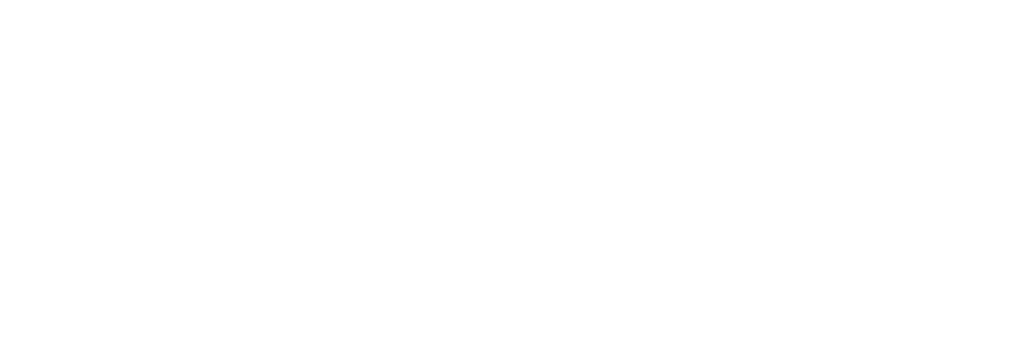
<source format=gtp>
*%FSLAX23Y23*%
*%MOIN*%
G01*
D18*
X9061Y8332D02*
D03*
X8189Y8330D02*
D03*
X7320Y8333D02*
D03*
D36*
X9011Y8332D02*
D03*
X8961D02*
D03*
X8911D02*
D03*
X8861D02*
D03*
X8811D02*
D03*
X8761D02*
D03*
X8711D02*
D03*
Y7957D02*
D03*
X8761D02*
D03*
X8811D02*
D03*
X8861D02*
D03*
X8911D02*
D03*
X8961D02*
D03*
X9011D02*
D03*
X9061D02*
D03*
X8139Y8330D02*
D03*
X8089D02*
D03*
X8039D02*
D03*
X7989D02*
D03*
X7939D02*
D03*
X7889D02*
D03*
X7839D02*
D03*
Y7955D02*
D03*
X7889D02*
D03*
X7939D02*
D03*
X7989D02*
D03*
X8039D02*
D03*
X8089D02*
D03*
X8139D02*
D03*
X8189D02*
D03*
X7270Y8333D02*
D03*
X7220D02*
D03*
X7170D02*
D03*
X7120D02*
D03*
X7070D02*
D03*
X7020D02*
D03*
X6970D02*
D03*
Y7958D02*
D03*
X7020D02*
D03*
X7070D02*
D03*
X7120D02*
D03*
X7170D02*
D03*
X7220D02*
D03*
X7270D02*
D03*
X7320D02*
D03*
D38*
X7970Y7860D02*
D03*
Y7785D02*
D03*
D40*
X7890Y7823D02*
D03*
D44*
X6197Y7638D02*
D03*
Y7499D02*
D03*
D46*
X9227Y7809D02*
D03*
Y7909D02*
D03*
X9200Y8397D02*
D03*
Y8497D02*
D03*
X8041Y7770D02*
D03*
Y7870D02*
D03*
D48*
X9330Y7928D02*
D03*
Y7968D02*
D03*
Y8007D02*
D03*
Y8046D02*
D03*
Y8086D02*
D03*
Y8125D02*
D03*
Y8165D02*
D03*
Y8204D02*
D03*
Y8243D02*
D03*
Y8283D02*
D03*
Y8322D02*
D03*
Y8361D02*
D03*
Y8401D02*
D03*
Y8440D02*
D03*
Y8480D02*
D03*
Y7889D02*
D03*
D51*
X9424Y7773D02*
D03*
Y8595D02*
D03*
M02*

</source>
